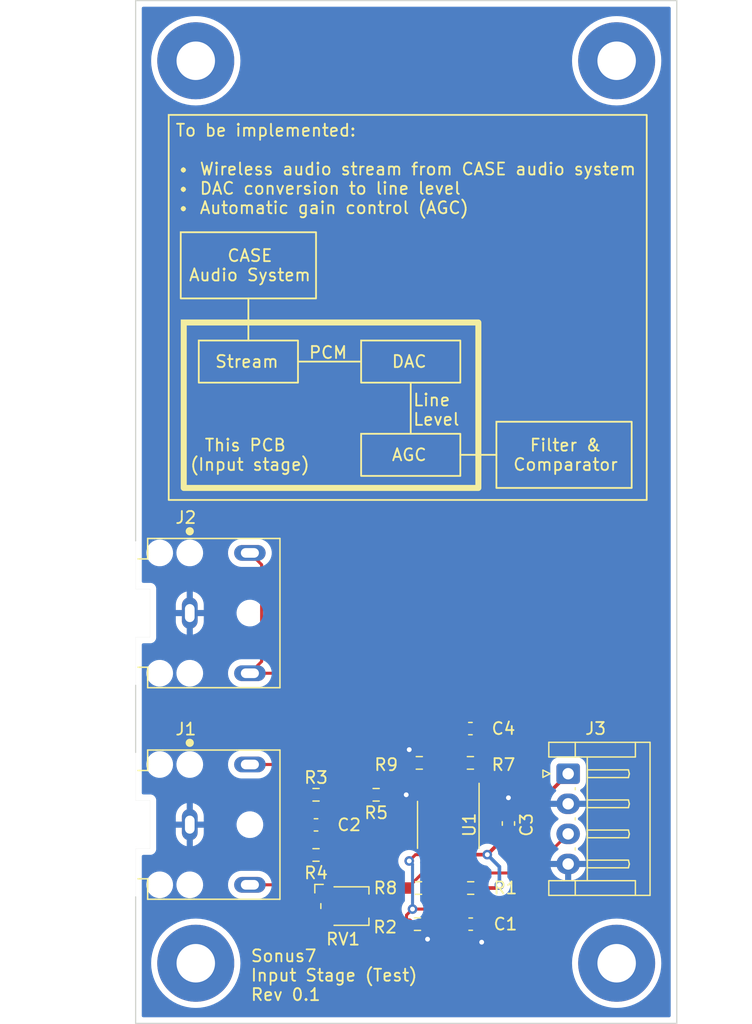
<source format=kicad_pcb>
(kicad_pcb (version 20211014) (generator pcbnew)
  (layers (0 "F.Cu" signal) (31 "B.Cu" signal) (34 "B.Paste" user) (35 "F.Paste" user) (36 "B.SilkS" user "B.Silkscreen") (37 "F.SilkS" user "F.Silkscreen") (38 "B.Mask" user) (39 "F.Mask" user) (44 "Edge.Cuts" user))
  (net 0 "")
  (net 1 "Net-(C1-Pad1)")
  (net 2 "GND")
  (net 3 "Net-(C2-Pad1)")
  (net 4 "MONO")
  (net 5 "Net-(J1-Pad2)")
  (net 6 "Net-(J1-Pad3)")
  (net 7 "Net-(J2-Pad2)")
  (net 8 "/MONO_OUT")
  (net 9 "VCC")
  (net 10 "Net-(R5-Pad2)")
  (net 11 "Net-(R7-Pad2)")
  (net 12 "Net-(R8-Pad1)")
  (footprint "Potentiometer_SMD:Potentiometer_Bourns_TC33X_Vertical" (layer "F.Cu") (at 96.25 119.5)
    (fp_text reference "RV1" (at -0.25 2.75) (layer "F.SilkS"))
    (fp_text value "100k")
    (fp_line (start -1 1.6) (end 1.9 1.6) (layer "F.SilkS") (width 0.12))
    (fp_line (start 1.9 -1.6) (end 1.9 -1) (layer "F.SilkS") (width 0.12))
    (fp_line (start 1.9 1.6) (end 1.9 1) (layer "F.SilkS") (width 0.12))
    (fp_line (start -2.1 -0.2) (end -2.1 0.2) (layer "F.SilkS") (width 0.12))
    (fp_line (start -2.6 -1.8) (end -2.6 -1.1) (layer "F.SilkS") (width 0.12))
    (fp_line (start -1 -1.6) (end 1.9 -1.6) (layer "F.SilkS") (width 0.12))
    (fp_line (start -1.9 -1.8) (end -2.6 -1.8) (layer "F.SilkS") (width 0.12))
    (pad "1" smd rect locked (at -1.8 -1) (size 1.2 1.2) (layers "F.Cu" "F.Paste" "F.Mask") (net 4 "MONO"))
    (pad "2" smd rect locked (at 1.45 0) (size 1.5 1.6) (layers "F.Cu" "F.Paste" "F.Mask") (net 12 "Net-(R8-Pad1)"))
    (pad "3" smd rect locked (at -1.8 1) (size 1.2 1.2) (layers "F.Cu" "F.Paste" "F.Mask"))
  )
  (footprint "Resistor_SMD:R_0603_1608Metric_Pad0.98x0.95mm_HandSolder" (layer "F.Cu") (at 106.5875 107.6)
    (fp_text reference "R7" (at 2.75 0.15) (layer "F.SilkS"))
    (fp_text value "100k")
    (fp_line (start -0.254724 -0.5225) (end 0.254724 -0.5225) (layer "F.SilkS") (width 0.12))
    (fp_line (start -0.254724 0.5225) (end 0.254724 0.5225) (layer "F.SilkS") (width 0.12))
    (pad "1" smd roundrect locked (at -0.9125 0) (size 0.975 0.95) (layers "F.Cu" "F.Paste" "F.Mask") (net 10 "Net-(R5-Pad2)"))
    (pad "2" smd roundrect locked (at 0.9125 0) (size 0.975 0.95) (layers "F.Cu" "F.Paste" "F.Mask") (net 11 "Net-(R7-Pad2)"))
  )
  (footprint "custom:CUI_SJ1-3523N" (layer "F.Cu") (at 83.25 95.15)
    (fp_text reference "J2" (at -0.325135 -7.938185) (layer "F.SilkS") (effects (font (size 1.000402 1.000402))))
    (fp_text value "SJ1-3523N")
    (fp_line (start 7.5 -6.2) (end -3.5 -6.2) (layer "F.SilkS") (width 0.127))
    (fp_line (start -3.5 4.5) (end -3.5 6.2) (layer "F.SilkS") (width 0.127))
    (fp_line (start -3.5 4.5) (end -4.3 4.5) (layer "F.SilkS") (width 0.127))
    (fp_line (start -3.5 -4.5) (end -4.3 -4.5) (layer "F.SilkS") (width 0.127))
    (fp_line (start 7.5 6.2) (end -3.5 6.2) (layer "F.SilkS") (width 0.127))
    (fp_line (start -3.5 -6.2) (end -3.5 -4.5) (layer "F.SilkS") (width 0.127))
    (fp_line (start 7.5 -6.2) (end 7.5 6.2) (layer "F.SilkS") (width 0.127))
    (fp_circle (center 0 -6.8) (end 0.17 -6.8) (layer "F.SilkS") (width 0.34) (fill none))
    (fp_line (start -4.5 2) (end -4.5 6) (layer "Edge.Cuts") (width 0.01))
    (fp_line (start -4.5 -6) (end -4.5 -2) (layer "Edge.Cuts") (width 0.01))
    (fp_line (start -3.3 -2) (end -3.3 2) (layer "Edge.Cuts") (width 0.01))
    (fp_line (start -3.3 2) (end -4.5 2) (layer "Edge.Cuts") (width 0.01))
    (fp_line (start -4.5 -2) (end -3.3 -2) (layer "Edge.Cuts") (width 0.01))
    (pad "" np_thru_hole circle locked (at 0 5) (size 1.2 1.2) (drill 1.2) (layers *.Cu *.Mask))
    (pad "" np_thru_hole circle locked (at -2.5 -5) (size 1.2 1.2) (drill 1.2) (layers *.Cu *.Mask))
    (pad "" np_thru_hole circle locked (at -2.5 5) (size 1.2 1.2) (drill 1.2) (layers *.Cu *.Mask))
    (pad "" np_thru_hole circle locked (at 5 0) (size 1.2 1.2) (drill 1.2) (layers *.Cu *.Mask))
    (pad "" np_thru_hole circle locked (at 0 -5) (size 1.2 1.2) (drill 1.2) (layers *.Cu *.Mask))
    (pad "1" thru_hole oval locked (at 0 0) (size 1.308 2.616) (drill oval 0.8 1.5) (layers *.Cu *.Mask) (net 2 "GND"))
    (pad "2" thru_hole oval locked (at 5 5) (size 2.616 1.308) (drill oval 1.5 0.8) (layers *.Cu *.Mask) (net 7 "Net-(J2-Pad2)"))
    (pad "3" thru_hole oval locked (at 5 -5) (size 2.616 1.308) (drill oval 1.5 0.8) (layers *.Cu *.Mask) (net 7 "Net-(J2-Pad2)"))
  )
  (footprint "Resistor_SMD:R_0603_1608Metric_Pad0.98x0.95mm_HandSolder" (layer "F.Cu") (at 102.275 118)
    (fp_text reference "R8" (at -2.75 0) (layer "F.SilkS"))
    (fp_text value "100k")
    (fp_line (start -0.254724 -0.5225) (end 0.254724 -0.5225) (layer "F.SilkS") (width 0.12))
    (fp_line (start -0.254724 0.5225) (end 0.254724 0.5225) (layer "F.SilkS") (width 0.12))
    (pad "1" smd roundrect locked (at -0.9125 0) (size 0.975 0.95) (layers "F.Cu" "F.Paste" "F.Mask") (net 12 "Net-(R8-Pad1)"))
    (pad "2" smd roundrect locked (at 0.9125 0) (size 0.975 0.95) (layers "F.Cu" "F.Paste" "F.Mask") (net 8 "/MONO_OUT"))
  )
  (footprint "Resistor_SMD:R_0603_1608Metric_Pad0.98x0.95mm_HandSolder" (layer "F.Cu") (at 93.75 115.25)
    (fp_text reference "R4" (at 0 1.5) (layer "F.SilkS"))
    (fp_text value "22k")
    (fp_line (start -0.254724 0.5225) (end 0.254724 0.5225) (layer "F.SilkS") (width 0.12))
    (fp_line (start -0.254724 -0.5225) (end 0.254724 -0.5225) (layer "F.SilkS") (width 0.12))
    (pad "1" smd roundrect locked (at -0.9125 0) (size 0.975 0.95) (layers "F.Cu" "F.Paste" "F.Mask") (net 5 "Net-(J1-Pad2)"))
    (pad "2" smd roundrect locked (at 0.9125 0) (size 0.975 0.95) (layers "F.Cu" "F.Paste" "F.Mask") (net 3 "Net-(C2-Pad1)"))
  )
  (footprint "Resistor_SMD:R_0603_1608Metric_Pad0.98x0.95mm_HandSolder" (layer "F.Cu") (at 102.1875 121)
    (fp_text reference "R2" (at -2.6875 0.25) (layer "F.SilkS"))
    (fp_text value "100k")
    (fp_line (start -0.254724 -0.5225) (end 0.254724 -0.5225) (layer "F.SilkS") (width 0.12))
    (fp_line (start -0.254724 0.5225) (end 0.254724 0.5225) (layer "F.SilkS") (width 0.12))
    (pad "1" smd roundrect locked (at -0.9125 0) (size 0.975 0.95) (layers "F.Cu" "F.Paste" "F.Mask") (net 1 "Net-(C1-Pad1)"))
    (pad "2" smd roundrect locked (at 0.9125 0) (size 0.975 0.95) (layers "F.Cu" "F.Paste" "F.Mask") (net 2 "GND"))
  )
  (footprint "Capacitor_SMD:C_0603_1608Metric_Pad1.08x0.95mm_HandSolder" (layer "F.Cu") (at 93.75 112.75)
    (fp_text reference "C2" (at 2.75 0) (layer "F.SilkS"))
    (fp_text value "100nF")
    (fp_line (start -0.146267 0.51) (end 0.146267 0.51) (layer "F.SilkS") (width 0.12))
    (fp_line (start -0.146267 -0.51) (end 0.146267 -0.51) (layer "F.SilkS") (width 0.12))
    (pad "1" smd roundrect locked (at -0.8625 0) (size 1.075 0.95) (layers "F.Cu" "F.Paste" "F.Mask") (net 3 "Net-(C2-Pad1)"))
    (pad "2" smd roundrect locked (at 0.8625 0) (size 1.075 0.95) (layers "F.Cu" "F.Paste" "F.Mask") (net 4 "MONO"))
  )
  (footprint "Capacitor_SMD:C_0603_1608Metric_Pad1.08x0.95mm_HandSolder" (layer "F.Cu") (at 106.6125 121)
    (fp_text reference "C1" (at 2.8875 0) (layer "F.SilkS"))
    (fp_text value "100nF")
    (fp_line (start -0.146267 0.51) (end 0.146267 0.51) (layer "F.SilkS") (width 0.12))
    (fp_line (start -0.146267 -0.51) (end 0.146267 -0.51) (layer "F.SilkS") (width 0.12))
    (pad "1" smd roundrect locked (at -0.8625 0) (size 1.075 0.95) (layers "F.Cu" "F.Paste" "F.Mask") (net 1 "Net-(C1-Pad1)"))
    (pad "2" smd roundrect locked (at 0.8625 0) (size 1.075 0.95) (layers "F.Cu" "F.Paste" "F.Mask") (net 2 "GND"))
  )
  (footprint "Resistor_SMD:R_0603_1608Metric_Pad0.98x0.95mm_HandSolder" (layer "F.Cu") (at 93.75 110.25)
    (fp_text reference "R3" (at 0 -1.43) (layer "F.SilkS"))
    (fp_text value "22k")
    (fp_line (start -0.254724 -0.5225) (end 0.254724 -0.5225) (layer "F.SilkS") (width 0.12))
    (fp_line (start -0.254724 0.5225) (end 0.254724 0.5225) (layer "F.SilkS") (width 0.12))
    (pad "1" smd roundrect locked (at -0.9125 0) (size 0.975 0.95) (layers "F.Cu" "F.Paste" "F.Mask") (net 6 "Net-(J1-Pad3)"))
    (pad "2" smd roundrect locked (at 0.9125 0) (size 0.975 0.95) (layers "F.Cu" "F.Paste" "F.Mask") (net 3 "Net-(C2-Pad1)"))
  )
  (footprint "Resistor_SMD:R_0603_1608Metric_Pad0.98x0.95mm_HandSolder" (layer "F.Cu") (at 98.75 110.25)
    (fp_text reference "R5" (at 0 1.5) (layer "F.SilkS"))
    (fp_text value "100k")
    (fp_line (start -0.254724 -0.5225) (end 0.254724 -0.5225) (layer "F.SilkS") (width 0.12))
    (fp_line (start -0.254724 0.5225) (end 0.254724 0.5225) (layer "F.SilkS") (width 0.12))
    (pad "1" smd roundrect locked (at -0.9125 0) (size 0.975 0.95) (layers "F.Cu" "F.Paste" "F.Mask") (net 4 "MONO"))
    (pad "2" smd roundrect locked (at 0.9125 0) (size 0.975 0.95) (layers "F.Cu" "F.Paste" "F.Mask") (net 10 "Net-(R5-Pad2)"))
  )
  (footprint "Package_SO:SOIC-8_3.9x4.9mm_P1.27mm" (layer "F.Cu") (at 104.75 112.75 -90)
    (fp_text reference "U1" (at 0 -1.75 90) (layer "F.SilkS"))
    (fp_text value "TLC272")
    (fp_line (start 0 -2.56) (end -3.45 -2.56) (layer "F.SilkS") (width 0.12))
    (fp_line (start 0 -2.56) (end 1.95 -2.56) (layer "F.SilkS") (width 0.12))
    (fp_line (start 0 2.56) (end -1.95 2.56) (layer "F.SilkS") (width 0.12))
    (fp_line (start 0 2.56) (end 1.95 2.56) (layer "F.SilkS") (width 0.12))
    (pad "1" smd roundrect locked (at -2.475 -1.905 270) (size 1.95 0.6) (layers "F.Cu" "F.Paste" "F.Mask") (net 11 "Net-(R7-Pad2)"))
    (pad "2" smd roundrect locked (at -2.475 -0.635 270) (size 1.95 0.6) (layers "F.Cu" "F.Paste" "F.Mask") (net 10 "Net-(R5-Pad2)"))
    (pad "3" smd roundrect locked (at -2.475 0.635 270) (size 1.95 0.6) (layers "F.Cu" "F.Paste" "F.Mask") (net 1 "Net-(C1-Pad1)"))
    (pad "4" smd roundrect locked (at -2.475 1.905 270) (size 1.95 0.6) (layers "F.Cu" "F.Paste" "F.Mask") (net 2 "GND"))
    (pad "5" smd roundrect locked (at 2.475 1.905 270) (size 1.95 0.6) (layers "F.Cu" "F.Paste" "F.Mask") (net 1 "Net-(C1-Pad1)"))
    (pad "6" smd roundrect locked (at 2.475 0.635 270) (size 1.95 0.6) (layers "F.Cu" "F.Paste" "F.Mask") (net 12 "Net-(R8-Pad1)"))
    (pad "7" smd roundrect locked (at 2.475 -0.635 270) (size 1.95 0.6) (layers "F.Cu" "F.Paste" "F.Mask") (net 8 "/MONO_OUT"))
    (pad "8" smd roundrect locked (at 2.475 -1.905 270) (size 1.95 0.6) (layers "F.Cu" "F.Paste" "F.Mask") (net 9 "VCC"))
  )
  (footprint "Resistor_SMD:R_0603_1608Metric_Pad0.98x0.95mm_HandSolder" (layer "F.Cu") (at 102.3375 107.6)
    (fp_text reference "R9" (at -2.75 0.15) (layer "F.SilkS"))
    (fp_text value "160k")
    (fp_line (start -0.254724 -0.5225) (end 0.254724 -0.5225) (layer "F.SilkS") (width 0.12))
    (fp_line (start -0.254724 0.5225) (end 0.254724 0.5225) (layer "F.SilkS") (width 0.12))
    (pad "1" smd roundrect locked (at -0.9125 0) (size 0.975 0.95) (layers "F.Cu" "F.Paste" "F.Mask") (net 2 "GND"))
    (pad "2" smd roundrect locked (at 0.9125 0) (size 0.975 0.95) (layers "F.Cu" "F.Paste" "F.Mask") (net 7 "Net-(J2-Pad2)"))
  )
  (footprint "Capacitor_SMD:C_0603_1608Metric_Pad1.08x0.95mm_HandSolder" (layer "F.Cu") (at 106.5875 104.75 180)
    (fp_text reference "C4" (at -2.75 0) (layer "F.SilkS"))
    (fp_text value "100nF")
    (fp_line (start -0.146267 0.51) (end 0.146267 0.51) (layer "F.SilkS") (width 0.12))
    (fp_line (start -0.146267 -0.51) (end 0.146267 -0.51) (layer "F.SilkS") (width 0.12))
    (pad "1" smd roundrect locked (at -0.8625 0 180) (size 1.075 0.95) (layers "F.Cu" "F.Paste" "F.Mask") (net 11 "Net-(R7-Pad2)"))
    (pad "2" smd roundrect locked (at 0.8625 0 180) (size 1.075 0.95) (layers "F.Cu" "F.Paste" "F.Mask") (net 7 "Net-(J2-Pad2)"))
  )
  (footprint "Connector_JST:JST_EH_S4B-EH_1x04_P2.50mm_Horizontal" (layer "F.Cu") (at 114.7175 108.5 -90)
    (fp_text reference "J3" (at -3.75 -2.2825 180) (layer "F.SilkS"))
    (fp_text value "Conn_01x04")
    (fp_line (start 3.67 -0.59) (end 3.83 -0.59) (layer "F.SilkS") (width 0.12))
    (fp_line (start 0.32 -5.01) (end 0.32 -1.59) (layer "F.SilkS") (width 0.12))
    (fp_line (start 5.32 -1.59) (end 5 -1.59) (layer "F.SilkS") (width 0.12))
    (fp_line (start -1.39 -0.59) (end -1.39 1.61) (layer "F.SilkS") (width 0.12))
    (fp_line (start -2.61 -6.81) (end 10.11 -6.81) (layer "F.SilkS") (width 0.12))
    (fp_line (start 7.82 -1.59) (end 7.5 -1.59) (layer "F.SilkS") (width 0.12))
    (fp_line (start 2.5 -5.09) (end 2.82 -5.01) (layer "F.SilkS") (width 0.12))
    (fp_line (start -1.39 1.61) (end -2.61 1.61) (layer "F.SilkS") (width 0.12))
    (fp_line (start 0.32 -1.59) (end 0 -1.59) (layer "F.SilkS") (width 0.12))
    (fp_line (start 2.82 -1.59) (end 2.5 -1.59) (layer "F.SilkS") (width 0.12))
    (fp_line (start 0 -5.09) (end 0.32 -5.01) (layer "F.SilkS") (width 0.12))
    (fp_line (start 2.5 -1.59) (end 2.18 -1.59) (layer "F.SilkS") (width 0.12))
    (fp_line (start 7.18 -5.01) (end 7.5 -5.09) (layer "F.SilkS") (width 0.12))
    (fp_line (start -1.39 -5.59) (end -1.39 -0.59) (layer "F.SilkS") (width 0.12))
    (fp_line (start 8.89 -0.59) (end 10.11 -0.59) (layer "F.SilkS") (width 0.12))
    (fp_line (start 0 -1.59) (end -0.32 -1.59) (layer "F.SilkS") (width 0.12))
    (fp_line (start 5 -5.09) (end 5.32 -5.01) (layer "F.SilkS") (width 0.12))
    (fp_line (start -0.32 -5.01) (end 0 -5.09) (layer "F.SilkS") (width 0.12))
    (fp_line (start 7.82 -5.01) (end 7.82 -1.59) (layer "F.SilkS") (width 0.12))
    (fp_line (start 0.3 2.1) (end 0 1.5) (layer "F.SilkS") (width 0.12))
    (fp_line (start 4.68 -1.59) (end 4.68 -5.01) (layer "F.SilkS") (width 0.12))
    (fp_line (start 10.11 1.61) (end 8.89 1.61) (layer "F.SilkS") (width 0.12))
    (fp_line (start 2.18 -5.01) (end 2.5 -5.09) (layer "F.SilkS") (width 0.12))
    (fp_line (start 4.68 -5.01) (end 5 -5.09) (layer "F.SilkS") (width 0.12))
    (fp_line (start 8.89 -5.59) (end 8.89 -0.59) (layer "F.SilkS") (width 0.12))
    (fp_line (start 6.17 -0.59) (end 6.33 -0.59) (layer "F.SilkS") (width 0.12))
    (fp_line (start 10.11 -5.59) (end 8.89 -5.59) (layer "F.SilkS") (width 0.12))
    (fp_line (start -2.61 1.61) (end -2.61 -6.81) (layer "F.SilkS") (width 0.12))
    (fp_line (start 2.82 -5.01) (end 2.82 -1.59) (layer "F.SilkS") (width 0.12))
    (fp_line (start 5.32 -5.01) (end 5.32 -1.59) (layer "F.SilkS") (width 0.12))
    (fp_line (start 7.5 -1.59) (end 7.18 -1.59) (layer "F.SilkS") (width 0.12))
    (fp_line (start 7.5 -5.09) (end 7.82 -5.01) (layer "F.SilkS") (width 0.12))
    (fp_line (start -1.39 -0.59) (end -2.61 -0.59) (layer "F.SilkS") (width 0.12))
    (fp_line (start -2.61 -5.59) (end -1.39 -5.59) (layer "F.SilkS") (width 0.12))
    (fp_line (start 2.18 -1.59) (end 2.18 -5.01) (layer "F.SilkS") (width 0.12))
    (fp_line (start 5 -1.59) (end 4.68 -1.59) (layer "F.SilkS") (width 0.12))
    (fp_line (start -1.39 -1.59) (end 8.89 -1.59) (layer "F.SilkS") (width 0.12))
    (fp_line (start 0 1.5) (end -0.3 2.1) (layer "F.SilkS") (width 0.12))
    (fp_line (start -0.32 -1.59) (end -0.32 -5.01) (layer "F.SilkS") (width 0.12))
    (fp_line (start 8.89 1.61) (end 8.89 -0.59) (layer "F.SilkS") (width 0.12))
    (fp_line (start -0.3 2.1) (end 0.3 2.1) (layer "F.SilkS") (width 0.12))
    (fp_line (start 1.17 -0.59) (end 1.33 -0.59) (layer "F.SilkS") (width 0.12))
    (fp_line (start 7.18 -1.59) (end 7.18 -5.01) (layer "F.SilkS") (width 0.12))
    (fp_line (start 10.11 -6.81) (end 10.11 1.61) (layer "F.SilkS") (width 0.12))
    (pad "1" thru_hole roundrect locked (at 0 0 270) (size 1.7 1.95) (drill 0.95) (layers *.Cu *.Mask) (roundrect_rratio 0.1470588235) (net 9 "VCC"))
    (pad "2" thru_hole oval locked (at 2.5 0 270) (size 1.7 1.95) (drill 0.95) (layers *.Cu *.Mask) (net 2 "GND"))
    (pad "3" thru_hole oval locked (at 5 0 270) (size 1.7 1.95) (drill 0.95) (layers *.Cu *.Mask) (net 8 "/MONO_OUT"))
    (pad "4" thru_hole oval locked (at 7.5 0 270) (size 1.7 1.95) (drill 0.95) (layers *.Cu *.Mask) (net 2 "GND"))
  )
  (footprint "Capacitor_SMD:C_0603_1608Metric_Pad1.08x0.95mm_HandSolder" (layer "F.Cu") (at 109.75 112.6375 90)
    (fp_text reference "C3" (at -0.1125 1.5 90) (layer "F.SilkS"))
    (fp_text value "100nF")
    (fp_line (start -0.146267 -0.51) (end 0.146267 -0.51) (layer "F.SilkS") (width 0.12))
    (fp_line (start -0.146267 0.51) (end 0.146267 0.51) (layer "F.SilkS") (width 0.12))
    (pad "1" smd roundrect locked (at -0.8625 0 90) (size 1.075 0.95) (layers "F.Cu" "F.Paste" "F.Mask") (net 9 "VCC"))
    (pad "2" smd roundrect locked (at 0.8625 0 90) (size 1.075 0.95) (layers "F.Cu" "F.Paste" "F.Mask") (net 2 "GND"))
  )
  (footprint "MountingHole:MountingHole_3.2mm_M3_Pad" (layer "F.Cu") (at 83.75 49.25)
    (fp_text reference "REF**" hide)
    (fp_text value "MountingHole_3.2mm_M3_Pad")
    (pad "1" thru_hole circle locked (at 0 0) (size 6.4 6.4) (drill 3.2) (layers *.Cu *.Mask))
  )
  (footprint "MountingHole:MountingHole_3.2mm_M3_Pad" (layer "F.Cu") (at 83.75 124.25)
    (fp_text reference "REF**" hide)
    (fp_text value "MountingHole_3.2mm_M3_Pad")
    (pad "1" thru_hole circle locked (at 0 0) (size 6.4 6.4) (drill 3.2) (layers *.Cu *.Mask))
  )
  (footprint "Resistor_SMD:R_0603_1608Metric_Pad0.98x0.95mm_HandSolder" (layer "F.Cu") (at 106.6125 118 180)
    (fp_text reference "R1" (at -2.8875 0) (layer "F.SilkS"))
    (fp_text value "100k")
    (fp_line (start -0.254724 -0.5225) (end 0.254724 -0.5225) (layer "F.SilkS") (width 0.12))
    (fp_line (start -0.254724 0.5225) (end 0.254724 0.5225) (layer "F.SilkS") (width 0.12))
    (pad "1" smd roundrect locked (at -0.9125 0 180) (size 0.975 0.95) (layers "F.Cu" "F.Paste" "F.Mask") (net 9 "VCC"))
    (pad "2" smd roundrect locked (at 0.9125 0 180) (size 0.975 0.95) (layers "F.Cu" "F.Paste" "F.Mask") (net 1 "Net-(C1-Pad1)"))
  )
  (footprint "custom:CUI_SJ1-3523N" (layer "F.Cu") (at 83.25 112.7325)
    (fp_text reference "J1" (at -0.325135 -7.938185) (layer "F.SilkS") (effects (font (size 1.000402 1.000402))))
    (fp_text value "SJ1-3523N")
    (fp_line (start -3.5 4.5) (end -3.5 6.2) (layer "F.SilkS") (width 0.127))
    (fp_line (start -3.5 -6.2) (end -3.5 -4.5) (layer "F.SilkS") (width 0.127))
    (fp_line (start 7.5 -6.2) (end 7.5 6.2) (layer "F.SilkS") (width 0.127))
    (fp_line (start -3.5 4.5) (end -4.3 4.5) (layer "F.SilkS") (width 0.127))
    (fp_line (start -3.5 -4.5) (end -4.3 -4.5) (layer "F.SilkS") (width 0.127))
    (fp_line (start 7.5 6.2) (end -3.5 6.2) (layer "F.SilkS") (width 0.127))
    (fp_line (start 7.5 -6.2) (end -3.5 -6.2) (layer "F.SilkS") (width 0.127))
    (fp_circle (center 0 -6.8) (end 0.17 -6.8) (layer "F.SilkS") (width 0.34) (fill none))
    (fp_line (start -3.3 2) (end -4.5 2) (layer "Edge.Cuts") (width 0.01))
    (fp_line (start -4.5 -2) (end -3.3 -2) (layer "Edge.Cuts") (width 0.01))
    (fp_line (start -3.3 -2) (end -3.3 2) (layer "Edge.Cuts") (width 0.01))
    (fp_line (start -4.5 2) (end -4.5 6) (layer "Edge.Cuts") (width 0.01))
    (fp_line (start -4.5 -6) (end -4.5 -2) (layer "Edge.Cuts") (width 0.01))
    (pad "" np_thru_hole circle locked (at 0 -5) (size 1.2 1.2) (drill 1.2) (layers *.Cu *.Mask))
    (pad "" np_thru_hole circle locked (at -2.5 5) (size 1.2 1.2) (drill 1.2) (layers *.Cu *.Mask))
    (pad "" np_thru_hole circle locked (at 0 5) (size 1.2 1.2) (drill 1.2) (layers *.Cu *.Mask))
    (pad "" np_thru_hole circle locked (at 5 0) (size 1.2 1.2) (drill 1.2) (layers *.Cu *.Mask))
    (pad "" np_thru_hole circle locked (at -2.5 -5) (size 1.2 1.2) (drill 1.2) (layers *.Cu *.Mask))
    (pad "1" thru_hole oval locked (at 0 0) (size 1.308 2.616) (drill oval 0.8 1.5) (layers *.Cu *.Mask) (net 2 "GND"))
    (pad "2" thru_hole oval locked (at 5 5) (size 2.616 1.308) (drill oval 1.5 0.8) (layers *.Cu *.Mask) (net 5 "Net-(J1-Pad2)"))
    (pad "3" thru_hole oval locked (at 5 -5) (size 2.616 1.308) (drill oval 1.5 0.8) (layers *.Cu *.Mask) (net 6 "Net-(J1-Pad3)"))
  )
  (footprint "MountingHole:MountingHole_3.2mm_M3_Pad" (layer "F.Cu") (at 118.75 49.25)
    (fp_text reference "REF**" hide)
    (fp_text value "MountingHole_3.2mm_M3_Pad")
    (pad "1" thru_hole circle locked (at 0 0) (size 6.4 6.4) (drill 3.2) (layers *.Cu *.Mask))
  )
  (footprint "MountingHole:MountingHole_3.2mm_M3_Pad" (layer "F.Cu") (at 118.75 124.25)
    (fp_text reference "REF**" hide)
    (fp_text value "MountingHole_3.2mm_M3_Pad")
    (pad "1" thru_hole circle locked (at 0 0) (size 6.4 6.4) (drill 3.2) (layers *.Cu *.Mask))
  )
  (gr_rect (start 108.75 79.25) (end 120 84.75) (layer "F.SilkS") (width 0.15) (fill none))
  (gr_line (start 101.625 76) (end 101.625 80.25) (layer "F.SilkS") (width 0.15))
  (gr_rect (start 82.5 63.5) (end 93.75 69) (layer "F.SilkS") (width 0.15) (fill none))
  (gr_line (start 105.75 82) (end 108.75 82) (layer "F.SilkS") (width 0.15))
  (gr_rect (start 97.5 72.5) (end 105.75 76) (layer "F.SilkS") (width 0.15) (fill none))
  (gr_line (start 97.5 74.25) (end 92.25 74.25) (layer "F.SilkS") (width 0.15))
  (gr_line (start 88.125 69) (end 88.125 72.5) (layer "F.SilkS") (width 0.15))
  (gr_rect (start 81.5 53.75) (end 121.25 85.75) (layer "F.SilkS") (width 0.15) (fill none))
  (gr_rect (start 84 72.5) (end 92.25 76) (layer "F.SilkS") (width 0.15) (fill none))
  (gr_rect (start 82.75 71) (end 107.25 84.75) (layer "F.SilkS") (width 0.5) (fill none))
  (gr_rect (start 97.5 80.25) (end 105.75 83.75) (layer "F.SilkS") (width 0.15) (fill none))
  (gr_line (start 78.75 101.15) (end 78.75 106.7325) (layer "Edge.Cuts") (width 0.1))
  (gr_line (start 123.75 129.25) (end 78.75 129.25) (layer "Edge.Cuts") (width 0.1))
  (gr_line (start 78.75 44.25) (end 123.75 44.25) (layer "Edge.Cuts") (width 0.1))
  (gr_line (start 78.75 89.15) (end 78.75 44.25) (layer "Edge.Cuts") (width 0.1))
  (gr_line (start 123.75 129.25) (end 123.75 44.25) (layer "Edge.Cuts") (width 0.1))
  (gr_line (start 78.75 118.7325) (end 78.75 129.25) (layer "Edge.Cuts") (width 0.1))
  (gr_text "Line\nLevel\n" (at 101.75 78.25) (layer "F.SilkS") (effects (font (size 1 1)) (justify left)))
  (gr_text "DAC" (at 101.5 74.25) (layer "F.SilkS") (effects (font (size 1 1))))
  (gr_text "This PCB \n(Input stage)" (at 88.25 82) (layer "F.SilkS") (effects (font (size 1 1))))
  (gr_text "CASE\nAudio System" (at 88.25 66.25) (layer "F.SilkS") (effects (font (size 1 1))))
  (gr_text "To be implemented:\n\n• Wireless audio stream from CASE audio system\n• DAC conversion to line level\n• Automatic gain control (AGC)" (at 82 58.25) (layer "F.SilkS") (effects (font (size 1 1)) (justify left)))
  (gr_text "Sonus7\nInput Stage (Test)\nRev 0.1\n" (at 88.25 125.25) (layer "F.SilkS") (effects (font (size 1 1)) (justify left)))
  (gr_text "Stream" (at 88 74.25) (layer "F.SilkS") (effects (font (size 1 1))))
  (gr_text "AGC" (at 101.5 82) (layer "F.SilkS") (effects (font (size 1 1))))
  (gr_text "PCM" (at 94.75 73.5) (layer "F.SilkS") (effects (font (size 1 1))))
  (gr_text "Filter &\nComparator" (at 114.5 82) (layer "F.SilkS") (effects (font (size 1 1))))
  (segment (start 102.025 115.225) (end 101.5 115.75) (width 0.25) (layer "F.Cu") (net 1))
  (segment (start 105.75 118.05) (end 105.7 118) (width 0.25) (layer "F.Cu") (net 1))
  (segment (start 101.775 119.75) (end 104.5 119.75) (width 0.25) (layer "F.Cu") (net 1))
  (segment (start 101.275 121) (end 101.275 120.25) (width 0.25) (layer "F.Cu") (net 1))
  (segment (start 102.845 115.225) (end 102.025 115.225) (width 0.25) (layer "F.Cu") (net 1))
  (segment (start 105.75 121) (end 105.75 118.05) (width 0.25) (layer "F.Cu") (net 1))
  (segment (start 101.275 120.25) (end 101.775 119.75) (width 0.25) (layer "F.Cu") (net 1))
  (segment (start 104.5 119.75) (end 105.75 121) (width 0.25) (layer "F.Cu") (net 1))
  (segment (start 102.75 112.75) (end 102.75 115.38) (width 0.25) (layer "F.Cu") (net 1))
  (segment (start 104.115 111.385) (end 102.75 112.75) (width 0.25) (layer "F.Cu") (net 1))
  (segment (start 104.115 110.525) (end 104.115 111.385) (width 0.25) (layer "F.Cu") (net 1))
  (via (at 101.775 119.75) (size 0.8) (drill 0.4) (layers "F.Cu" "B.Cu") (net 1))
  (via (at 101.5 115.75) (size 0.8) (drill 0.4) (layers "F.Cu" "B.Cu") (net 1))
  (segment (start 101.5 115.75) (end 101.775 116.025) (width 0.25) (layer "B.Cu") (net 1))
  (segment (start 101.775 116.025) (end 101.775 119.75) (width 0.25) (layer "B.Cu") (net 1))
  (segment (start 109.75 111.775) (end 109.75 110.5) (width 0.25) (layer "F.Cu") (net 2))
  (segment (start 101.425 106.575) (end 101.5 106.5) (width 0.25) (layer "F.Cu") (net 2))
  (segment (start 103.1 121) (end 103.1 122.175) (width 0.25) (layer "F.Cu") (net 2))
  (segment (start 102.845 110.25) (end 101.275 110.25) (width 0.25) (layer "F.Cu") (net 2))
  (segment (start 103.1 122.175) (end 103.025 122.25) (width 0.25) (layer "F.Cu") (net 2))
  (segment (start 107.475 121) (end 107.475 122.45) (width 0.25) (layer "F.Cu") (net 2))
  (segment (start 101.425 107.6) (end 101.425 106.575) (width 0.25) (layer "F.Cu") (net 2))
  (segment (start 107.475 122.45) (end 107.525 122.5) (width 0.25) (layer "F.Cu") (net 2))
  (via (at 109.75 110.5) (size 0.8) (drill 0.4) (layers "F.Cu" "B.Cu") (net 2))
  (via (at 103.025 122.25) (size 0.8) (drill 0.4) (layers "F.Cu" "B.Cu") (net 2))
  (via (at 101.5 106.5) (size 0.8) (drill 0.4) (layers "F.Cu" "B.Cu") (net 2))
  (via (at 101.25 110.25) (size 0.8) (drill 0.4) (layers "F.Cu" "B.Cu") (net 2))
  (via (at 107.525 122.5) (size 0.8) (drill 0.4) (layers "F.Cu" "B.Cu") (net 2))
  (segment (start 92.8875 112.75) (end 92.8875 112.025) (width 0.25) (layer "F.Cu") (net 3))
  (segment (start 92.8875 112.75) (end 92.8875 113.475) (width 0.25) (layer "F.Cu") (net 3))
  (segment (start 92.8875 113.475) (end 94.6625 115.25) (width 0.25) (layer "F.Cu") (net 3))
  (segment (start 92.8875 112.025) (end 94.6625 110.25) (width 0.25) (layer "F.Cu") (net 3))
  (segment (start 96 113.25) (end 95.5 112.75) (width 0.25) (layer "F.Cu") (net 4))
  (segment (start 96 117.25) (end 96 113.25) (width 0.25) (layer "F.Cu") (net 4))
  (segment (start 94.75 118.5) (end 96 117.25) (width 0.25) (layer "F.Cu") (net 4))
  (segment (start 95.3375 112.75) (end 97.8375 110.25) (width 0.25) (layer "F.Cu") (net 4))
  (segment (start 95.5 112.75) (end 94.6125 112.75) (width 0.25) (layer "F.Cu") (net 4))
  (segment (start 94.6125 112.75) (end 95.3375 112.75) (width 0.25) (layer "F.Cu") (net 4))
  (segment (start 92.8375 115.25) (end 90.355 117.7325) (width 0.25) (layer "F.Cu") (net 5))
  (segment (start 90.355 117.7325) (end 88.25 117.7325) (width 0.25) (layer "F.Cu") (net 5))
  (segment (start 92.8375 110.25) (end 90.32 107.7325) (width 0.25) (layer "F.Cu") (net 6))
  (segment (start 90.32 107.7325) (end 88.25 107.7325) (width 0.25) (layer "F.Cu") (net 6))
  (segment (start 101.125 100.15) (end 88.25 100.15) (width 0.25) (layer "F.Cu") (net 7))
  (segment (start 105.725 104.75) (end 101.125 100.15) (width 0.25) (layer "F.Cu") (net 7))
  (segment (start 105.725 104.75) (end 105.725 105.125) (width 0.25) (layer "F.Cu") (net 7))
  (segment (start 89.224521 91.124521) (end 88.25 90.15) (width 0.25) (layer "F.Cu") (net 7))
  (segment (start 105.725 105.125) (end 103.25 107.6) (width 0.25) (layer "F.Cu") (net 7))
  (segment (start 89.224521 99.175479) (end 89.224521 91.124521) (width 0.25) (layer "F.Cu") (net 7))
  (segment (start 88.25 100.15) (end 89.224521 99.175479) (width 0.25) (layer "F.Cu") (net 7))
  (segment (start 103.1875 118) (end 104 118) (width 0.25) (layer "F.Cu") (net 8))
  (segment (start 105.5 115.34) (end 105.385 115.225) (width 0.25) (layer "F.Cu") (net 8))
  (segment (start 111.4675 116.75) (end 114.7175 113.5) (width 0.25) (layer "F.Cu") (net 8))
  (segment (start 104 118) (end 105.25 116.75) (width 0.25) (layer "F.Cu") (net 8))
  (segment (start 105.25 116.75) (end 111.4675 116.75) (width 0.25) (layer "F.Cu") (net 8))
  (segment (start 105.5 116.5) (end 105.5 115.34) (width 0.25) (layer "F.Cu") (net 8))
  (segment (start 105.25 116.75) (end 105.5 116.5) (width 0.25) (layer "F.Cu") (net 8))
  (segment (start 106.655 115.225) (end 107.9925 115.225) (width 0.3048) (layer "F.Cu") (net 9))
  (segment (start 107.525 118) (end 108.75 118) (width 0.3048) (layer "F.Cu") (net 9))
  (segment (start 108.75 118) (end 109 117.75) (width 0.3048) (layer "F.Cu") (net 9))
  (segment (start 107.9925 115.225) (end 114.7175 108.5) (width 0.3048) (layer "F.Cu") (net 9))
  (via (at 109 117.75) (size 0.8) (drill 0.4) (layers "F.Cu" "B.Cu") (net 9))
  (via (at 107.9925 115.225) (size 0.8) (drill 0.4) (layers "F.Cu" "B.Cu") (net 9))
  (segment (start 109 117.75) (end 109 116.2325) (width 0.3048) (layer "B.Cu") (net 9))
  (segment (start 109 116.2325) (end 107.9925 115.225) (width 0.3048) (layer "B.Cu") (net 9))
  (segment (start 99.6625 110.0875) (end 101 108.75) (width 0.25) (layer "F.Cu") (net 10))
  (segment (start 101 108.75) (end 105 108.75) (width 0.25) (layer "F.Cu") (net 10))
  (segment (start 105.385 109.135) (end 105.385 110.525) (width 0.25) (layer "F.Cu") (net 10))
  (segment (start 105.385 107.89) (end 105.675 107.6) (width 0.25) (layer "F.Cu") (net 10))
  (segment (start 99.6625 110.25) (end 99.6625 110.0875) (width 0.25) (layer "F.Cu") (net 10))
  (segment (start 105.385 110.275) (end 105.385 107.89) (width 0.25) (layer "F.Cu") (net 10))
  (segment (start 105 108.75) (end 105.385 109.135) (width 0.25) (layer "F.Cu") (net 10))
  (segment (start 106.655 110.275) (end 106.655 108.445) (width 0.25) (layer "F.Cu") (net 11))
  (segment (start 106.655 108.445) (end 107.5 107.6) (width 0.25) (layer "F.Cu") (net 11))
  (segment (start 107.45 107.55) (end 107.5 107.6) (width 0.25) (layer "F.Cu") (net 11))
  (segment (start 107.45 104.75) (end 107.45 107.55) (width 0.25) (layer "F.Cu") (net 11))
  (segment (start 99.8625 119.5) (end 101.3625 118) (width 0.25) (layer "F.Cu") (net 12))
  (segment (start 104.115 116.385) (end 104.115 115.225) (width 0.25) (layer "F.Cu") (net 12))
  (segment (start 102.6125 116.75) (end 103.75 116.75) (width 0.25) (layer "F.Cu") (net 12))
  (segment (start 101.3625 118) (end 102.6125 116.75) (width 0.25) (layer "F.Cu") (net 12))
  (segment (start 103.75 116.75) (end 104.115 116.385) (width 0.25) (layer "F.Cu") (net 12))
  (segment (start 98 119.5) (end 99.8625 119.5) (width 0.25) (layer "F.Cu") (net 12))
  (zone (net 2) (net_name "GND") (layer "B.Cu") (connect_pads (clearance 0.508)) (min_thickness 0.254) (fill yes (thermal_gap 0.508) (thermal_bridge_width 0.508))
    (polygon (pts (xy 123.75 129.25) (xy 78.75 129.25) (xy 78.75 44.25) (xy 123.75 44.25)))
  )
)
</source>
